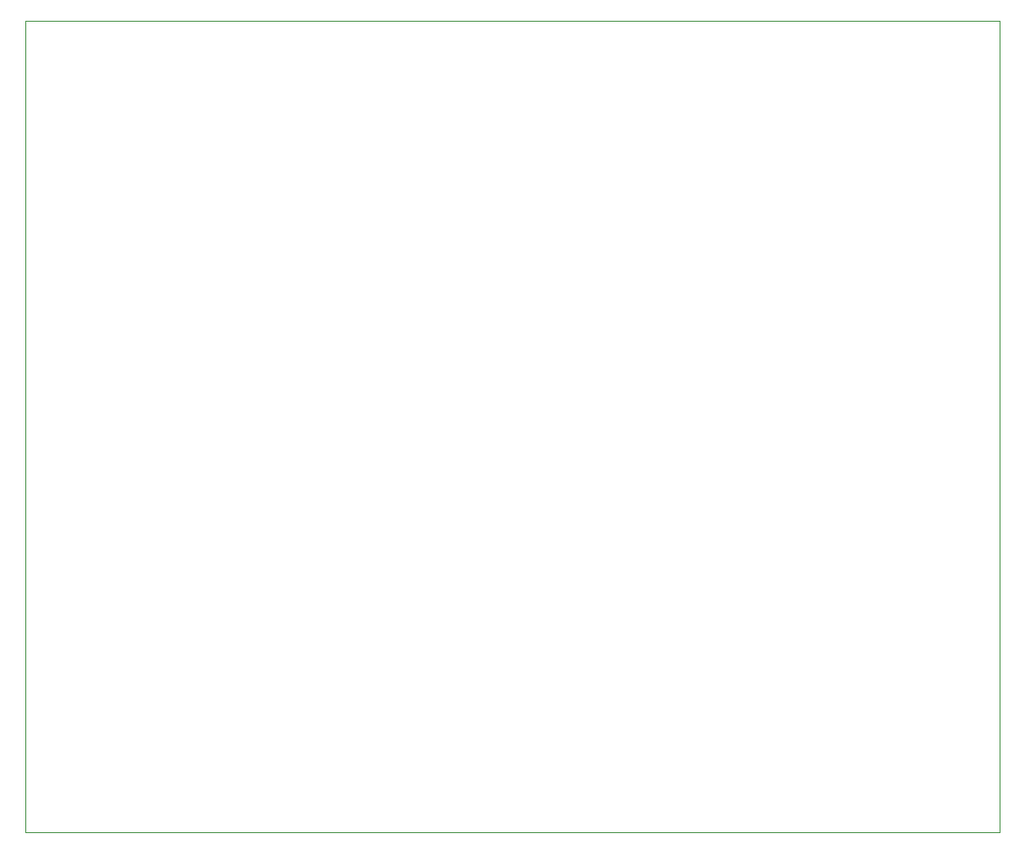
<source format=gbr>
%TF.GenerationSoftware,KiCad,Pcbnew,7.0.8*%
%TF.CreationDate,2023-10-27T12:44:36+09:00*%
%TF.ProjectId,doggedness_schemetic,646f6767-6564-46e6-9573-735f73636865,rev?*%
%TF.SameCoordinates,Original*%
%TF.FileFunction,Profile,NP*%
%FSLAX46Y46*%
G04 Gerber Fmt 4.6, Leading zero omitted, Abs format (unit mm)*
G04 Created by KiCad (PCBNEW 7.0.8) date 2023-10-27 12:44:36*
%MOMM*%
%LPD*%
G01*
G04 APERTURE LIST*
%TA.AperFunction,Profile*%
%ADD10C,0.100000*%
%TD*%
G04 APERTURE END LIST*
D10*
X118364000Y-50038000D02*
X209550000Y-50038000D01*
X209550000Y-125984000D01*
X118364000Y-125984000D01*
X118364000Y-50038000D01*
M02*

</source>
